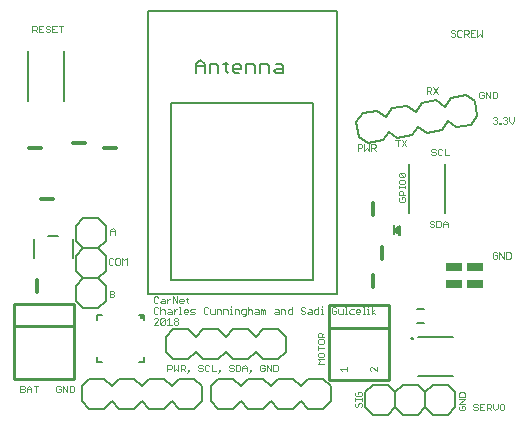
<source format=gto>
G75*
%MOIN*%
%OFA0B0*%
%FSLAX25Y25*%
%IPPOS*%
%LPD*%
%AMOC8*
5,1,8,0,0,1.08239X$1,22.5*
%
%ADD10C,0.00200*%
%ADD11C,0.01200*%
%ADD12C,0.00800*%
%ADD13C,0.00500*%
%ADD14C,0.00600*%
%ADD15R,0.00750X0.03500*%
%ADD16R,0.05512X0.02559*%
%ADD17C,0.01000*%
%ADD18R,0.01575X0.01575*%
D10*
X0050195Y0017467D02*
X0051296Y0017467D01*
X0051663Y0017834D01*
X0051663Y0018201D01*
X0051296Y0018568D01*
X0050195Y0018568D01*
X0050195Y0019669D02*
X0051296Y0019669D01*
X0051663Y0019302D01*
X0051663Y0018935D01*
X0051296Y0018568D01*
X0052405Y0018568D02*
X0053873Y0018568D01*
X0053873Y0018935D02*
X0053873Y0017467D01*
X0053873Y0018935D02*
X0053139Y0019669D01*
X0052405Y0018935D01*
X0052405Y0017467D01*
X0050195Y0017467D02*
X0050195Y0019669D01*
X0054615Y0019669D02*
X0056083Y0019669D01*
X0055349Y0019669D02*
X0055349Y0017467D01*
X0062195Y0017834D02*
X0062562Y0017467D01*
X0063296Y0017467D01*
X0063663Y0017834D01*
X0063663Y0018568D01*
X0062929Y0018568D01*
X0062195Y0019302D02*
X0062195Y0017834D01*
X0062195Y0019302D02*
X0062562Y0019669D01*
X0063296Y0019669D01*
X0063663Y0019302D01*
X0064405Y0019669D02*
X0065873Y0017467D01*
X0065873Y0019669D01*
X0066615Y0019669D02*
X0067716Y0019669D01*
X0068083Y0019302D01*
X0068083Y0017834D01*
X0067716Y0017467D01*
X0066615Y0017467D01*
X0066615Y0019669D01*
X0064405Y0019669D02*
X0064405Y0017467D01*
X0094695Y0039967D02*
X0096163Y0041435D01*
X0096163Y0041802D01*
X0095796Y0042169D01*
X0095062Y0042169D01*
X0094695Y0041802D01*
X0095062Y0043567D02*
X0095796Y0043567D01*
X0096163Y0043934D01*
X0096905Y0043567D02*
X0096905Y0045769D01*
X0097272Y0045035D02*
X0098006Y0045035D01*
X0098373Y0044668D01*
X0098373Y0043567D01*
X0099115Y0043934D02*
X0099482Y0044301D01*
X0100583Y0044301D01*
X0100583Y0044668D02*
X0100583Y0043567D01*
X0099482Y0043567D01*
X0099115Y0043934D01*
X0099482Y0045035D02*
X0100216Y0045035D01*
X0100583Y0044668D01*
X0101325Y0045035D02*
X0101325Y0043567D01*
X0101325Y0044301D02*
X0102059Y0045035D01*
X0102426Y0045035D01*
X0103166Y0045769D02*
X0103533Y0045769D01*
X0103533Y0043567D01*
X0103166Y0043567D02*
X0103900Y0043567D01*
X0104640Y0043934D02*
X0104640Y0044668D01*
X0105007Y0045035D01*
X0105741Y0045035D01*
X0106108Y0044668D01*
X0106108Y0044301D01*
X0104640Y0044301D01*
X0104640Y0043934D02*
X0105007Y0043567D01*
X0105741Y0043567D01*
X0106849Y0043567D02*
X0107950Y0043567D01*
X0108317Y0043934D01*
X0107950Y0044301D01*
X0107216Y0044301D01*
X0106849Y0044668D01*
X0107216Y0045035D01*
X0108317Y0045035D01*
X0106110Y0047167D02*
X0105743Y0047534D01*
X0105743Y0049002D01*
X0105376Y0048635D02*
X0106110Y0048635D01*
X0104634Y0048268D02*
X0104634Y0047901D01*
X0103166Y0047901D01*
X0103166Y0047534D02*
X0103166Y0048268D01*
X0103533Y0048635D01*
X0104267Y0048635D01*
X0104634Y0048268D01*
X0104267Y0047167D02*
X0103533Y0047167D01*
X0103166Y0047534D01*
X0102424Y0047167D02*
X0102424Y0049369D01*
X0100956Y0049369D02*
X0100956Y0047167D01*
X0102424Y0047167D02*
X0100956Y0049369D01*
X0100216Y0048635D02*
X0099849Y0048635D01*
X0099115Y0047901D01*
X0099115Y0047167D02*
X0099115Y0048635D01*
X0098373Y0048268D02*
X0098373Y0047167D01*
X0097272Y0047167D01*
X0096905Y0047534D01*
X0097272Y0047901D01*
X0098373Y0047901D01*
X0098373Y0048268D02*
X0098006Y0048635D01*
X0097272Y0048635D01*
X0096163Y0049002D02*
X0095796Y0049369D01*
X0095062Y0049369D01*
X0094695Y0049002D01*
X0094695Y0047534D01*
X0095062Y0047167D01*
X0095796Y0047167D01*
X0096163Y0047534D01*
X0095796Y0045769D02*
X0095062Y0045769D01*
X0094695Y0045402D01*
X0094695Y0043934D01*
X0095062Y0043567D01*
X0096163Y0045402D02*
X0095796Y0045769D01*
X0096905Y0044668D02*
X0097272Y0045035D01*
X0097272Y0042169D02*
X0098006Y0042169D01*
X0098373Y0041802D01*
X0096905Y0040334D01*
X0097272Y0039967D01*
X0098006Y0039967D01*
X0098373Y0040334D01*
X0098373Y0041802D01*
X0099115Y0041435D02*
X0099849Y0042169D01*
X0099849Y0039967D01*
X0099115Y0039967D02*
X0100583Y0039967D01*
X0101325Y0040334D02*
X0101692Y0039967D01*
X0102426Y0039967D01*
X0102793Y0040334D01*
X0102793Y0040701D01*
X0102426Y0041068D01*
X0101692Y0041068D01*
X0101325Y0041435D01*
X0101325Y0041802D01*
X0101692Y0042169D01*
X0102426Y0042169D01*
X0102793Y0041802D01*
X0102793Y0041435D01*
X0102426Y0041068D01*
X0101692Y0041068D02*
X0101325Y0040701D01*
X0101325Y0040334D01*
X0096905Y0040334D02*
X0096905Y0041802D01*
X0097272Y0042169D01*
X0096163Y0039967D02*
X0094695Y0039967D01*
X0099195Y0026669D02*
X0100296Y0026669D01*
X0100663Y0026302D01*
X0100663Y0025568D01*
X0100296Y0025201D01*
X0099195Y0025201D01*
X0099195Y0024467D02*
X0099195Y0026669D01*
X0101405Y0026669D02*
X0101405Y0024467D01*
X0102139Y0025201D01*
X0102873Y0024467D01*
X0102873Y0026669D01*
X0103615Y0026669D02*
X0104716Y0026669D01*
X0105083Y0026302D01*
X0105083Y0025568D01*
X0104716Y0025201D01*
X0103615Y0025201D01*
X0104349Y0025201D02*
X0105083Y0024467D01*
X0105825Y0023733D02*
X0106559Y0024467D01*
X0106192Y0024467D01*
X0106192Y0024834D01*
X0106559Y0024834D01*
X0106559Y0024467D01*
X0109508Y0024834D02*
X0109875Y0024467D01*
X0110609Y0024467D01*
X0110976Y0024834D01*
X0110976Y0025201D01*
X0110609Y0025568D01*
X0109875Y0025568D01*
X0109508Y0025935D01*
X0109508Y0026302D01*
X0109875Y0026669D01*
X0110609Y0026669D01*
X0110976Y0026302D01*
X0111718Y0026302D02*
X0111718Y0024834D01*
X0112085Y0024467D01*
X0112819Y0024467D01*
X0113186Y0024834D01*
X0113928Y0024467D02*
X0115396Y0024467D01*
X0116138Y0023733D02*
X0116872Y0024467D01*
X0116505Y0024467D01*
X0116505Y0024834D01*
X0116872Y0024834D01*
X0116872Y0024467D01*
X0113928Y0024467D02*
X0113928Y0026669D01*
X0113186Y0026302D02*
X0112819Y0026669D01*
X0112085Y0026669D01*
X0111718Y0026302D01*
X0119821Y0026302D02*
X0119821Y0025935D01*
X0120188Y0025568D01*
X0120922Y0025568D01*
X0121289Y0025201D01*
X0121289Y0024834D01*
X0120922Y0024467D01*
X0120188Y0024467D01*
X0119821Y0024834D01*
X0119821Y0026302D02*
X0120188Y0026669D01*
X0120922Y0026669D01*
X0121289Y0026302D01*
X0122031Y0026669D02*
X0122031Y0024467D01*
X0123131Y0024467D01*
X0123498Y0024834D01*
X0123498Y0026302D01*
X0123131Y0026669D01*
X0122031Y0026669D01*
X0124240Y0025935D02*
X0124974Y0026669D01*
X0125708Y0025935D01*
X0125708Y0024467D01*
X0126450Y0023733D02*
X0127184Y0024467D01*
X0126817Y0024467D01*
X0126817Y0024834D01*
X0127184Y0024834D01*
X0127184Y0024467D01*
X0125708Y0025568D02*
X0124240Y0025568D01*
X0124240Y0025935D02*
X0124240Y0024467D01*
X0130133Y0024834D02*
X0130500Y0024467D01*
X0131234Y0024467D01*
X0131601Y0024834D01*
X0131601Y0025568D01*
X0130867Y0025568D01*
X0130133Y0026302D02*
X0130133Y0024834D01*
X0130133Y0026302D02*
X0130500Y0026669D01*
X0131234Y0026669D01*
X0131601Y0026302D01*
X0132343Y0026669D02*
X0133811Y0024467D01*
X0133811Y0026669D01*
X0134553Y0026669D02*
X0135654Y0026669D01*
X0136021Y0026302D01*
X0136021Y0024834D01*
X0135654Y0024467D01*
X0134553Y0024467D01*
X0134553Y0026669D01*
X0132343Y0026669D02*
X0132343Y0024467D01*
X0149293Y0026967D02*
X0150027Y0027701D01*
X0149293Y0028435D01*
X0151495Y0028435D01*
X0151128Y0029177D02*
X0151495Y0029544D01*
X0151495Y0030277D01*
X0151128Y0030644D01*
X0149660Y0030644D01*
X0149293Y0030277D01*
X0149293Y0029544D01*
X0149660Y0029177D01*
X0151128Y0029177D01*
X0151495Y0026967D02*
X0149293Y0026967D01*
X0149293Y0031386D02*
X0149293Y0032854D01*
X0149293Y0032120D02*
X0151495Y0032120D01*
X0151128Y0033596D02*
X0149660Y0033596D01*
X0149293Y0033963D01*
X0149293Y0034697D01*
X0149660Y0035064D01*
X0151128Y0035064D01*
X0151495Y0034697D01*
X0151495Y0033963D01*
X0151128Y0033596D01*
X0150761Y0035806D02*
X0150761Y0036907D01*
X0150394Y0037274D01*
X0149660Y0037274D01*
X0149293Y0036907D01*
X0149293Y0035806D01*
X0151495Y0035806D01*
X0150761Y0036540D02*
X0151495Y0037274D01*
X0151044Y0043567D02*
X0150310Y0043567D01*
X0150677Y0043567D02*
X0150677Y0045035D01*
X0150310Y0045035D01*
X0149568Y0045035D02*
X0148468Y0045035D01*
X0148101Y0044668D01*
X0148101Y0043934D01*
X0148468Y0043567D01*
X0149568Y0043567D01*
X0149568Y0045769D01*
X0150677Y0045769D02*
X0150677Y0046136D01*
X0153994Y0045402D02*
X0153994Y0043934D01*
X0154361Y0043567D01*
X0155095Y0043567D01*
X0155461Y0043934D01*
X0155461Y0044668D01*
X0154728Y0044668D01*
X0155461Y0045402D02*
X0155095Y0045769D01*
X0154361Y0045769D01*
X0153994Y0045402D01*
X0156203Y0045035D02*
X0156203Y0043934D01*
X0156570Y0043567D01*
X0157671Y0043567D01*
X0157671Y0045035D01*
X0158413Y0045769D02*
X0158780Y0045769D01*
X0158780Y0043567D01*
X0158413Y0043567D02*
X0159147Y0043567D01*
X0159887Y0043934D02*
X0160254Y0043567D01*
X0161355Y0043567D01*
X0162096Y0043934D02*
X0162096Y0044668D01*
X0162463Y0045035D01*
X0163197Y0045035D01*
X0163564Y0044668D01*
X0163564Y0044301D01*
X0162096Y0044301D01*
X0162096Y0043934D02*
X0162463Y0043567D01*
X0163197Y0043567D01*
X0164306Y0043567D02*
X0165040Y0043567D01*
X0164673Y0043567D02*
X0164673Y0045769D01*
X0164306Y0045769D01*
X0165780Y0045035D02*
X0166147Y0045035D01*
X0166147Y0043567D01*
X0165780Y0043567D02*
X0166514Y0043567D01*
X0167253Y0043567D02*
X0167253Y0045769D01*
X0166147Y0045769D02*
X0166147Y0046136D01*
X0167253Y0044301D02*
X0168354Y0043567D01*
X0167253Y0044301D02*
X0168354Y0045035D01*
X0161355Y0045035D02*
X0160254Y0045035D01*
X0159887Y0044668D01*
X0159887Y0043934D01*
X0147359Y0044301D02*
X0146258Y0044301D01*
X0145891Y0043934D01*
X0146258Y0043567D01*
X0147359Y0043567D01*
X0147359Y0044668D01*
X0146992Y0045035D01*
X0146258Y0045035D01*
X0145149Y0045402D02*
X0144782Y0045769D01*
X0144048Y0045769D01*
X0143681Y0045402D01*
X0143681Y0045035D01*
X0144048Y0044668D01*
X0144782Y0044668D01*
X0145149Y0044301D01*
X0145149Y0043934D01*
X0144782Y0043567D01*
X0144048Y0043567D01*
X0143681Y0043934D01*
X0140729Y0043567D02*
X0139628Y0043567D01*
X0139261Y0043934D01*
X0139261Y0044668D01*
X0139628Y0045035D01*
X0140729Y0045035D01*
X0140729Y0045769D02*
X0140729Y0043567D01*
X0138519Y0043567D02*
X0138519Y0044668D01*
X0138152Y0045035D01*
X0137051Y0045035D01*
X0137051Y0043567D01*
X0136309Y0043567D02*
X0136309Y0044668D01*
X0135942Y0045035D01*
X0135208Y0045035D01*
X0135208Y0044301D02*
X0136309Y0044301D01*
X0136309Y0043567D02*
X0135208Y0043567D01*
X0134841Y0043934D01*
X0135208Y0044301D01*
X0131889Y0044668D02*
X0131889Y0043567D01*
X0131155Y0043567D02*
X0131155Y0044668D01*
X0131522Y0045035D01*
X0131889Y0044668D01*
X0131155Y0044668D02*
X0130789Y0045035D01*
X0130422Y0045035D01*
X0130422Y0043567D01*
X0129680Y0043567D02*
X0129680Y0044668D01*
X0129313Y0045035D01*
X0128579Y0045035D01*
X0128579Y0044301D02*
X0129680Y0044301D01*
X0129680Y0043567D02*
X0128579Y0043567D01*
X0128212Y0043934D01*
X0128579Y0044301D01*
X0127470Y0044668D02*
X0127470Y0043567D01*
X0127470Y0044668D02*
X0127103Y0045035D01*
X0126369Y0045035D01*
X0126002Y0044668D01*
X0125260Y0045035D02*
X0125260Y0043200D01*
X0124893Y0042833D01*
X0124526Y0042833D01*
X0124159Y0043567D02*
X0125260Y0043567D01*
X0126002Y0043567D02*
X0126002Y0045769D01*
X0125260Y0045035D02*
X0124159Y0045035D01*
X0123792Y0044668D01*
X0123792Y0043934D01*
X0124159Y0043567D01*
X0123050Y0043567D02*
X0123050Y0044668D01*
X0122683Y0045035D01*
X0121582Y0045035D01*
X0121582Y0043567D01*
X0120843Y0043567D02*
X0120109Y0043567D01*
X0120476Y0043567D02*
X0120476Y0045035D01*
X0120109Y0045035D01*
X0120476Y0045769D02*
X0120476Y0046136D01*
X0119367Y0044668D02*
X0119367Y0043567D01*
X0119367Y0044668D02*
X0119000Y0045035D01*
X0117899Y0045035D01*
X0117899Y0043567D01*
X0117157Y0043567D02*
X0117157Y0044668D01*
X0116790Y0045035D01*
X0115689Y0045035D01*
X0115689Y0043567D01*
X0114947Y0043567D02*
X0114947Y0045035D01*
X0113479Y0045035D02*
X0113479Y0043934D01*
X0113846Y0043567D01*
X0114947Y0043567D01*
X0112737Y0043934D02*
X0112370Y0043567D01*
X0111636Y0043567D01*
X0111269Y0043934D01*
X0111269Y0045402D01*
X0111636Y0045769D01*
X0112370Y0045769D01*
X0112737Y0045402D01*
X0103615Y0026669D02*
X0103615Y0024467D01*
X0081086Y0049067D02*
X0079985Y0049067D01*
X0079985Y0051269D01*
X0081086Y0051269D01*
X0081453Y0050902D01*
X0081453Y0050535D01*
X0081086Y0050168D01*
X0079985Y0050168D01*
X0081086Y0050168D02*
X0081453Y0049801D01*
X0081453Y0049434D01*
X0081086Y0049067D01*
X0080796Y0059967D02*
X0080062Y0059967D01*
X0079695Y0060334D01*
X0079695Y0061802D01*
X0080062Y0062169D01*
X0080796Y0062169D01*
X0081163Y0061802D01*
X0081905Y0061802D02*
X0081905Y0060334D01*
X0082272Y0059967D01*
X0083006Y0059967D01*
X0083373Y0060334D01*
X0083373Y0061802D01*
X0083006Y0062169D01*
X0082272Y0062169D01*
X0081905Y0061802D01*
X0081163Y0060334D02*
X0080796Y0059967D01*
X0084115Y0059967D02*
X0084115Y0062169D01*
X0084849Y0061435D01*
X0085583Y0062169D01*
X0085583Y0059967D01*
X0081663Y0069967D02*
X0081663Y0071435D01*
X0080929Y0072169D01*
X0080195Y0071435D01*
X0080195Y0069967D01*
X0080195Y0071068D02*
X0081663Y0071068D01*
X0063769Y0137467D02*
X0063769Y0139669D01*
X0063035Y0139669D02*
X0064503Y0139669D01*
X0062293Y0139669D02*
X0060825Y0139669D01*
X0060825Y0137467D01*
X0062293Y0137467D01*
X0061559Y0138568D02*
X0060825Y0138568D01*
X0060083Y0138201D02*
X0060083Y0137834D01*
X0059716Y0137467D01*
X0058982Y0137467D01*
X0058615Y0137834D01*
X0058982Y0138568D02*
X0058615Y0138935D01*
X0058615Y0139302D01*
X0058982Y0139669D01*
X0059716Y0139669D01*
X0060083Y0139302D01*
X0059716Y0138568D02*
X0060083Y0138201D01*
X0059716Y0138568D02*
X0058982Y0138568D01*
X0057873Y0139669D02*
X0056405Y0139669D01*
X0056405Y0137467D01*
X0057873Y0137467D01*
X0057139Y0138568D02*
X0056405Y0138568D01*
X0055663Y0138568D02*
X0055296Y0138201D01*
X0054195Y0138201D01*
X0054929Y0138201D02*
X0055663Y0137467D01*
X0055663Y0138568D02*
X0055663Y0139302D01*
X0055296Y0139669D01*
X0054195Y0139669D01*
X0054195Y0137467D01*
X0162695Y0100169D02*
X0162695Y0097967D01*
X0162695Y0098701D02*
X0163796Y0098701D01*
X0164163Y0099068D01*
X0164163Y0099802D01*
X0163796Y0100169D01*
X0162695Y0100169D01*
X0164905Y0100169D02*
X0164905Y0097967D01*
X0165639Y0098701D01*
X0166373Y0097967D01*
X0166373Y0100169D01*
X0167115Y0100169D02*
X0168216Y0100169D01*
X0168583Y0099802D01*
X0168583Y0099068D01*
X0168216Y0098701D01*
X0167115Y0098701D01*
X0167849Y0098701D02*
X0168583Y0097967D01*
X0167115Y0097967D02*
X0167115Y0100169D01*
X0175195Y0101669D02*
X0176663Y0101669D01*
X0175929Y0101669D02*
X0175929Y0099467D01*
X0177405Y0099467D02*
X0178873Y0101669D01*
X0177405Y0101669D02*
X0178873Y0099467D01*
X0187195Y0098302D02*
X0187195Y0097935D01*
X0187562Y0097568D01*
X0188296Y0097568D01*
X0188663Y0097201D01*
X0188663Y0096834D01*
X0188296Y0096467D01*
X0187562Y0096467D01*
X0187195Y0096834D01*
X0187195Y0098302D02*
X0187562Y0098669D01*
X0188296Y0098669D01*
X0188663Y0098302D01*
X0189405Y0098302D02*
X0189772Y0098669D01*
X0190506Y0098669D01*
X0190873Y0098302D01*
X0191615Y0098669D02*
X0191615Y0096467D01*
X0193083Y0096467D01*
X0190873Y0096834D02*
X0190506Y0096467D01*
X0189772Y0096467D01*
X0189405Y0096834D01*
X0189405Y0098302D01*
X0178495Y0090170D02*
X0178495Y0089437D01*
X0178128Y0089070D01*
X0176660Y0090537D01*
X0178128Y0090537D01*
X0178495Y0090170D01*
X0178128Y0089070D02*
X0176660Y0089070D01*
X0176293Y0089437D01*
X0176293Y0090170D01*
X0176660Y0090537D01*
X0176660Y0088328D02*
X0176293Y0087961D01*
X0176293Y0087227D01*
X0176660Y0086860D01*
X0178128Y0086860D01*
X0178495Y0087227D01*
X0178495Y0087961D01*
X0178128Y0088328D01*
X0176660Y0088328D01*
X0176293Y0086120D02*
X0176293Y0085386D01*
X0176293Y0085753D02*
X0178495Y0085753D01*
X0178495Y0085386D02*
X0178495Y0086120D01*
X0177394Y0084644D02*
X0177761Y0084277D01*
X0177761Y0083177D01*
X0178495Y0083177D02*
X0176293Y0083177D01*
X0176293Y0084277D01*
X0176660Y0084644D01*
X0177394Y0084644D01*
X0177394Y0082435D02*
X0177394Y0081701D01*
X0177394Y0082435D02*
X0178128Y0082435D01*
X0178495Y0082068D01*
X0178495Y0081334D01*
X0178128Y0080967D01*
X0176660Y0080967D01*
X0176293Y0081334D01*
X0176293Y0082068D01*
X0176660Y0082435D01*
X0186695Y0074302D02*
X0186695Y0073935D01*
X0187062Y0073568D01*
X0187796Y0073568D01*
X0188163Y0073201D01*
X0188163Y0072834D01*
X0187796Y0072467D01*
X0187062Y0072467D01*
X0186695Y0072834D01*
X0186695Y0074302D02*
X0187062Y0074669D01*
X0187796Y0074669D01*
X0188163Y0074302D01*
X0188905Y0074669D02*
X0190006Y0074669D01*
X0190373Y0074302D01*
X0190373Y0072834D01*
X0190006Y0072467D01*
X0188905Y0072467D01*
X0188905Y0074669D01*
X0191115Y0073935D02*
X0191849Y0074669D01*
X0192583Y0073935D01*
X0192583Y0072467D01*
X0192583Y0073568D02*
X0191115Y0073568D01*
X0191115Y0073935D02*
X0191115Y0072467D01*
X0207695Y0063802D02*
X0207695Y0062334D01*
X0208062Y0061967D01*
X0208796Y0061967D01*
X0209163Y0062334D01*
X0209163Y0063068D01*
X0208429Y0063068D01*
X0207695Y0063802D02*
X0208062Y0064169D01*
X0208796Y0064169D01*
X0209163Y0063802D01*
X0209905Y0064169D02*
X0211373Y0061967D01*
X0211373Y0064169D01*
X0212115Y0064169D02*
X0213216Y0064169D01*
X0213583Y0063802D01*
X0213583Y0062334D01*
X0213216Y0061967D01*
X0212115Y0061967D01*
X0212115Y0064169D01*
X0209905Y0064169D02*
X0209905Y0061967D01*
X0168995Y0025935D02*
X0168995Y0024467D01*
X0167527Y0025935D01*
X0167160Y0025935D01*
X0166793Y0025568D01*
X0166793Y0024834D01*
X0167160Y0024467D01*
X0158995Y0024467D02*
X0158995Y0025935D01*
X0158995Y0025201D02*
X0156793Y0025201D01*
X0157527Y0024467D01*
X0162160Y0017618D02*
X0161793Y0017251D01*
X0161793Y0016517D01*
X0162160Y0016150D01*
X0163628Y0016150D01*
X0163995Y0016517D01*
X0163995Y0017251D01*
X0163628Y0017618D01*
X0162894Y0017618D01*
X0162894Y0016884D01*
X0161793Y0015410D02*
X0161793Y0014677D01*
X0161793Y0015044D02*
X0163995Y0015044D01*
X0163995Y0015410D02*
X0163995Y0014677D01*
X0163628Y0013935D02*
X0163995Y0013568D01*
X0163995Y0012834D01*
X0163628Y0012467D01*
X0162894Y0012834D02*
X0162894Y0013568D01*
X0163261Y0013935D01*
X0163628Y0013935D01*
X0162894Y0012834D02*
X0162527Y0012467D01*
X0162160Y0012467D01*
X0161793Y0012834D01*
X0161793Y0013568D01*
X0162160Y0013935D01*
X0196293Y0013677D02*
X0198495Y0015144D01*
X0196293Y0015144D01*
X0196293Y0015886D02*
X0196293Y0016987D01*
X0196660Y0017354D01*
X0198128Y0017354D01*
X0198495Y0016987D01*
X0198495Y0015886D01*
X0196293Y0015886D01*
X0196293Y0013677D02*
X0198495Y0013677D01*
X0198128Y0012935D02*
X0197394Y0012935D01*
X0197394Y0012201D01*
X0196660Y0012935D02*
X0196293Y0012568D01*
X0196293Y0011834D01*
X0196660Y0011467D01*
X0198128Y0011467D01*
X0198495Y0011834D01*
X0198495Y0012568D01*
X0198128Y0012935D01*
X0201195Y0012935D02*
X0201562Y0012568D01*
X0202296Y0012568D01*
X0202663Y0012201D01*
X0202663Y0011834D01*
X0202296Y0011467D01*
X0201562Y0011467D01*
X0201195Y0011834D01*
X0201195Y0012935D02*
X0201195Y0013302D01*
X0201562Y0013669D01*
X0202296Y0013669D01*
X0202663Y0013302D01*
X0203405Y0013669D02*
X0203405Y0011467D01*
X0204873Y0011467D01*
X0205615Y0011467D02*
X0205615Y0013669D01*
X0206716Y0013669D01*
X0207083Y0013302D01*
X0207083Y0012568D01*
X0206716Y0012201D01*
X0205615Y0012201D01*
X0206349Y0012201D02*
X0207083Y0011467D01*
X0207825Y0012201D02*
X0208559Y0011467D01*
X0209293Y0012201D01*
X0209293Y0013669D01*
X0210035Y0013302D02*
X0210035Y0011834D01*
X0210402Y0011467D01*
X0211136Y0011467D01*
X0211503Y0011834D01*
X0211503Y0013302D01*
X0211136Y0013669D01*
X0210402Y0013669D01*
X0210035Y0013302D01*
X0207825Y0013669D02*
X0207825Y0012201D01*
X0204873Y0013669D02*
X0203405Y0013669D01*
X0203405Y0012568D02*
X0204139Y0012568D01*
X0208062Y0106967D02*
X0207695Y0107334D01*
X0208062Y0106967D02*
X0208796Y0106967D01*
X0209163Y0107334D01*
X0209163Y0107701D01*
X0208796Y0108068D01*
X0208429Y0108068D01*
X0208796Y0108068D02*
X0209163Y0108435D01*
X0209163Y0108802D01*
X0208796Y0109169D01*
X0208062Y0109169D01*
X0207695Y0108802D01*
X0209905Y0107334D02*
X0210272Y0107334D01*
X0210272Y0106967D01*
X0209905Y0106967D01*
X0209905Y0107334D01*
X0211010Y0107334D02*
X0211377Y0106967D01*
X0212111Y0106967D01*
X0212478Y0107334D01*
X0212478Y0107701D01*
X0212111Y0108068D01*
X0211744Y0108068D01*
X0212111Y0108068D02*
X0212478Y0108435D01*
X0212478Y0108802D01*
X0212111Y0109169D01*
X0211377Y0109169D01*
X0211010Y0108802D01*
X0213220Y0109169D02*
X0213220Y0107701D01*
X0213954Y0106967D01*
X0214688Y0107701D01*
X0214688Y0109169D01*
X0208716Y0115467D02*
X0207615Y0115467D01*
X0207615Y0117669D01*
X0208716Y0117669D01*
X0209083Y0117302D01*
X0209083Y0115834D01*
X0208716Y0115467D01*
X0206873Y0115467D02*
X0206873Y0117669D01*
X0205405Y0117669D02*
X0205405Y0115467D01*
X0204663Y0115834D02*
X0204663Y0116568D01*
X0203929Y0116568D01*
X0203195Y0117302D02*
X0203195Y0115834D01*
X0203562Y0115467D01*
X0204296Y0115467D01*
X0204663Y0115834D01*
X0204663Y0117302D02*
X0204296Y0117669D01*
X0203562Y0117669D01*
X0203195Y0117302D01*
X0205405Y0117669D02*
X0206873Y0115467D01*
X0189373Y0116967D02*
X0187905Y0119169D01*
X0187163Y0118802D02*
X0187163Y0118068D01*
X0186796Y0117701D01*
X0185695Y0117701D01*
X0186429Y0117701D02*
X0187163Y0116967D01*
X0187905Y0116967D02*
X0189373Y0119169D01*
X0187163Y0118802D02*
X0186796Y0119169D01*
X0185695Y0119169D01*
X0185695Y0116967D01*
X0194062Y0135967D02*
X0193695Y0136334D01*
X0194062Y0135967D02*
X0194796Y0135967D01*
X0195163Y0136334D01*
X0195163Y0136701D01*
X0194796Y0137068D01*
X0194062Y0137068D01*
X0193695Y0137435D01*
X0193695Y0137802D01*
X0194062Y0138169D01*
X0194796Y0138169D01*
X0195163Y0137802D01*
X0195905Y0137802D02*
X0195905Y0136334D01*
X0196272Y0135967D01*
X0197006Y0135967D01*
X0197373Y0136334D01*
X0198115Y0136701D02*
X0199216Y0136701D01*
X0199583Y0137068D01*
X0199583Y0137802D01*
X0199216Y0138169D01*
X0198115Y0138169D01*
X0198115Y0135967D01*
X0198849Y0136701D02*
X0199583Y0135967D01*
X0200325Y0135967D02*
X0200325Y0138169D01*
X0201793Y0138169D01*
X0202535Y0138169D02*
X0202535Y0135967D01*
X0203269Y0136701D01*
X0204003Y0135967D01*
X0204003Y0138169D01*
X0201793Y0135967D02*
X0200325Y0135967D01*
X0200325Y0137068D02*
X0201059Y0137068D01*
X0197373Y0137802D02*
X0197006Y0138169D01*
X0196272Y0138169D01*
X0195905Y0137802D01*
D11*
X0167595Y0080367D02*
X0167595Y0076367D01*
X0170595Y0065867D02*
X0170595Y0061867D01*
X0167595Y0056367D02*
X0167595Y0052367D01*
X0082095Y0098867D02*
X0078095Y0098867D01*
X0071595Y0100367D02*
X0067595Y0100367D01*
X0057095Y0098867D02*
X0053095Y0098867D01*
X0057095Y0081867D02*
X0061095Y0081867D01*
X0055595Y0054867D02*
X0055595Y0050867D01*
D12*
X0054599Y0062217D02*
X0054599Y0068516D01*
X0059520Y0069501D02*
X0062670Y0069501D01*
X0067591Y0068516D02*
X0067591Y0062217D01*
X0098595Y0035867D02*
X0098595Y0030867D01*
X0101095Y0028367D01*
X0106095Y0028367D01*
X0108595Y0030867D01*
X0111095Y0028367D01*
X0116095Y0028367D01*
X0118595Y0030867D01*
X0121095Y0028367D01*
X0126095Y0028367D01*
X0128595Y0030867D01*
X0131095Y0028367D01*
X0136095Y0028367D01*
X0138595Y0030867D01*
X0138595Y0035867D01*
X0136095Y0038367D01*
X0131095Y0038367D01*
X0128595Y0035867D01*
X0126095Y0038367D01*
X0121095Y0038367D01*
X0118595Y0035867D01*
X0116095Y0038367D01*
X0111095Y0038367D01*
X0108595Y0035867D01*
X0106095Y0038367D01*
X0101095Y0038367D01*
X0098595Y0035867D01*
X0098095Y0021867D02*
X0093095Y0021867D01*
X0090595Y0019367D01*
X0088095Y0021867D01*
X0083095Y0021867D01*
X0080595Y0019367D01*
X0078095Y0021867D01*
X0073095Y0021867D01*
X0070595Y0019367D01*
X0070595Y0014367D01*
X0073095Y0011867D01*
X0078095Y0011867D01*
X0080595Y0014367D01*
X0083095Y0011867D01*
X0088095Y0011867D01*
X0090595Y0014367D01*
X0093095Y0011867D01*
X0098095Y0011867D01*
X0100595Y0014367D01*
X0103095Y0011867D01*
X0108095Y0011867D01*
X0110595Y0014367D01*
X0110595Y0019367D01*
X0108095Y0021867D01*
X0103095Y0021867D01*
X0100595Y0019367D01*
X0098095Y0021867D01*
X0113595Y0019367D02*
X0113595Y0014367D01*
X0116095Y0011867D01*
X0121095Y0011867D01*
X0123595Y0014367D01*
X0126095Y0011867D01*
X0131095Y0011867D01*
X0133595Y0014367D01*
X0136095Y0011867D01*
X0141095Y0011867D01*
X0143595Y0014367D01*
X0146095Y0011867D01*
X0151095Y0011867D01*
X0153595Y0014367D01*
X0153595Y0019367D01*
X0151095Y0021867D01*
X0146095Y0021867D01*
X0143595Y0019367D01*
X0141095Y0021867D01*
X0136095Y0021867D01*
X0133595Y0019367D01*
X0131095Y0021867D01*
X0126095Y0021867D01*
X0123595Y0019367D01*
X0121095Y0021867D01*
X0116095Y0021867D01*
X0113595Y0019367D01*
X0179590Y0077099D02*
X0179590Y0093634D01*
X0175849Y0102245D02*
X0172953Y0104273D01*
X0170925Y0101377D01*
X0166001Y0100508D01*
X0163105Y0102536D01*
X0162237Y0107460D01*
X0164265Y0110357D01*
X0169189Y0111225D01*
X0172085Y0109197D01*
X0174113Y0112093D01*
X0179037Y0112961D01*
X0181933Y0110933D01*
X0183961Y0113830D01*
X0188885Y0114698D01*
X0191781Y0112670D01*
X0193809Y0115566D01*
X0198733Y0116434D01*
X0201629Y0114406D01*
X0202498Y0109482D01*
X0200470Y0106586D01*
X0195546Y0105718D01*
X0192649Y0107746D01*
X0190622Y0104850D01*
X0185698Y0103981D01*
X0182801Y0106009D01*
X0180773Y0103113D01*
X0175849Y0102245D01*
X0191601Y0093634D02*
X0191601Y0077099D01*
X0064601Y0114599D02*
X0064601Y0131134D01*
X0052590Y0131134D02*
X0052590Y0114599D01*
D13*
X0092599Y0144548D02*
X0092599Y0050060D01*
X0155591Y0050060D01*
X0155591Y0144548D01*
X0092599Y0144548D01*
X0100473Y0113839D02*
X0100473Y0054784D01*
X0147717Y0054784D01*
X0147717Y0113839D01*
X0100473Y0113839D01*
X0180572Y0035467D02*
X0180574Y0035497D01*
X0180580Y0035526D01*
X0180590Y0035554D01*
X0180603Y0035581D01*
X0180620Y0035605D01*
X0180640Y0035627D01*
X0180663Y0035647D01*
X0180688Y0035663D01*
X0180715Y0035675D01*
X0180743Y0035684D01*
X0180773Y0035689D01*
X0180802Y0035690D01*
X0180832Y0035687D01*
X0180861Y0035680D01*
X0180889Y0035669D01*
X0180915Y0035655D01*
X0180939Y0035637D01*
X0180960Y0035617D01*
X0180979Y0035593D01*
X0180994Y0035568D01*
X0181006Y0035540D01*
X0181014Y0035511D01*
X0181018Y0035482D01*
X0181018Y0035452D01*
X0181014Y0035423D01*
X0181006Y0035394D01*
X0180994Y0035366D01*
X0180979Y0035341D01*
X0180960Y0035317D01*
X0180939Y0035297D01*
X0180915Y0035279D01*
X0180889Y0035265D01*
X0180861Y0035254D01*
X0180832Y0035247D01*
X0180802Y0035244D01*
X0180773Y0035245D01*
X0180743Y0035250D01*
X0180715Y0035259D01*
X0180688Y0035271D01*
X0180663Y0035287D01*
X0180640Y0035307D01*
X0180620Y0035329D01*
X0180603Y0035353D01*
X0180590Y0035380D01*
X0180580Y0035408D01*
X0180574Y0035437D01*
X0180572Y0035467D01*
X0182690Y0035866D02*
X0194501Y0035866D01*
X0194501Y0022867D02*
X0182690Y0022867D01*
D14*
X0182595Y0019867D02*
X0185095Y0017367D01*
X0187595Y0019867D01*
X0192595Y0019867D01*
X0195095Y0017367D01*
X0195095Y0012367D01*
X0192595Y0009867D01*
X0187595Y0009867D01*
X0185095Y0012367D01*
X0182595Y0009867D01*
X0177595Y0009867D01*
X0175095Y0012367D01*
X0172595Y0009867D01*
X0167595Y0009867D01*
X0165095Y0012367D01*
X0165095Y0017367D01*
X0167595Y0019867D01*
X0172595Y0019867D01*
X0175095Y0017367D01*
X0177595Y0019867D01*
X0182595Y0019867D01*
X0185095Y0017367D02*
X0185095Y0012367D01*
X0175095Y0012367D02*
X0175095Y0017367D01*
X0182414Y0040504D02*
X0184776Y0040504D01*
X0184776Y0045229D02*
X0182414Y0045229D01*
X0176595Y0069867D02*
X0176595Y0072867D01*
X0174595Y0071367D01*
X0176595Y0069867D01*
X0176595Y0069930D02*
X0176511Y0069930D01*
X0176595Y0070528D02*
X0175713Y0070528D01*
X0174915Y0071127D02*
X0176595Y0071127D01*
X0176595Y0071725D02*
X0175073Y0071725D01*
X0175871Y0072324D02*
X0176595Y0072324D01*
X0137680Y0123844D02*
X0135478Y0123844D01*
X0134744Y0124578D01*
X0135478Y0125312D01*
X0137680Y0125312D01*
X0137680Y0126046D02*
X0137680Y0123844D01*
X0137680Y0126046D02*
X0136946Y0126780D01*
X0135478Y0126780D01*
X0133076Y0126046D02*
X0133076Y0123844D01*
X0133076Y0126046D02*
X0132342Y0126780D01*
X0130140Y0126780D01*
X0130140Y0123844D01*
X0128472Y0123844D02*
X0128472Y0126046D01*
X0127738Y0126780D01*
X0125536Y0126780D01*
X0125536Y0123844D01*
X0123868Y0125312D02*
X0120932Y0125312D01*
X0120932Y0126046D02*
X0121666Y0126780D01*
X0123134Y0126780D01*
X0123868Y0126046D01*
X0123868Y0125312D01*
X0123134Y0123844D02*
X0121666Y0123844D01*
X0120932Y0124578D01*
X0120932Y0126046D01*
X0119331Y0126780D02*
X0117863Y0126780D01*
X0118597Y0127514D02*
X0118597Y0124578D01*
X0119331Y0123844D01*
X0116195Y0123844D02*
X0116195Y0126046D01*
X0115461Y0126780D01*
X0113259Y0126780D01*
X0113259Y0123844D01*
X0111591Y0123844D02*
X0111591Y0126780D01*
X0110123Y0128248D01*
X0108655Y0126780D01*
X0108655Y0123844D01*
X0108655Y0126046D02*
X0111591Y0126046D01*
X0076095Y0075367D02*
X0071095Y0075367D01*
X0068595Y0072867D01*
X0068595Y0067867D01*
X0071095Y0065367D01*
X0076095Y0065367D01*
X0078595Y0067867D01*
X0078595Y0072867D01*
X0076095Y0075367D01*
X0076095Y0065367D02*
X0078595Y0062867D01*
X0078595Y0057867D01*
X0076095Y0055367D01*
X0078595Y0052867D01*
X0078595Y0047867D01*
X0076095Y0045367D01*
X0071095Y0045367D01*
X0068595Y0047867D01*
X0068595Y0052867D01*
X0071095Y0055367D01*
X0068595Y0057867D01*
X0068595Y0062867D01*
X0071095Y0065367D01*
X0071095Y0055367D02*
X0076095Y0055367D01*
X0075721Y0043241D02*
X0075721Y0041666D01*
X0075721Y0043241D02*
X0077296Y0043241D01*
X0089894Y0043241D02*
X0091469Y0043241D01*
X0091469Y0041666D01*
X0091469Y0029067D02*
X0091469Y0027493D01*
X0089894Y0027493D01*
X0077296Y0027493D02*
X0075721Y0027493D01*
X0075721Y0029067D01*
D15*
X0174667Y0071367D03*
D16*
X0194589Y0059246D03*
X0194589Y0053446D03*
X0201589Y0053446D03*
X0201589Y0059246D03*
D17*
X0048095Y0039367D02*
X0048095Y0021867D01*
X0068095Y0021867D01*
X0068095Y0039367D01*
X0048095Y0039367D01*
X0048095Y0046867D01*
X0068095Y0046867D01*
X0068095Y0039367D01*
X0153095Y0038867D02*
X0153095Y0021367D01*
X0173095Y0021367D01*
X0173095Y0038867D01*
X0153095Y0038867D01*
X0153095Y0046367D01*
X0173095Y0046367D01*
X0173095Y0038867D01*
D18*
X0090682Y0042453D03*
M02*

</source>
